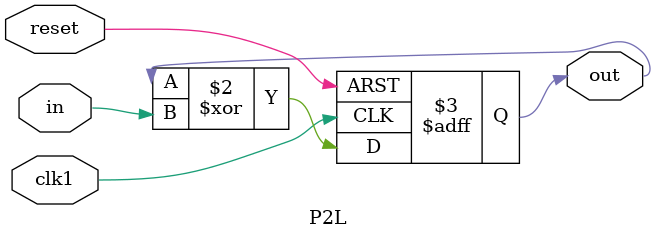
<source format=v>
`timescale 1ns / 1ps

module P2L(
    input  wire clk1 ,
    input  wire in   ,
    input  wire reset,
    output reg  out
);
  always@(posedge clk1 or posedge reset)begin
      if(reset) begin
          out <= 1'b0;
      end else begin
          out <= out ^ in;
      end
  end
endmodule
</source>
